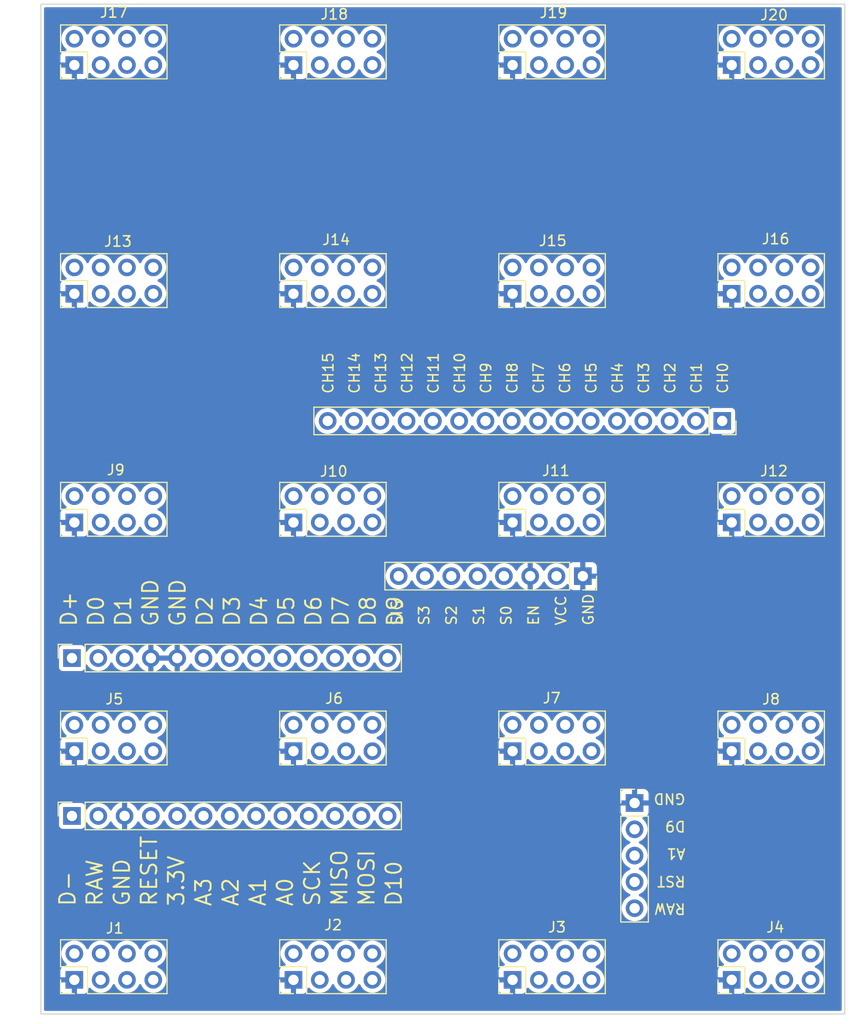
<source format=kicad_pcb>
(kicad_pcb (version 20221018) (generator pcbnew)
  (layers (0 "F.Cu" signal) (31 "B.Cu" power) (34 "B.Paste" user) (35 "F.Paste" user) (36 "B.SilkS" user "B.Silkscreen") (37 "F.SilkS" user "F.Silkscreen") (38 "B.Mask" user) (39 "F.Mask" user) (44 "Edge.Cuts" user))
  (net 0 "")
  (net 1 "GND")
  (net 2 "+3.3V")
  (net 3 "Net-(J1-Pin_4)")
  (net 4 "Net-(J1-Pin_6)")
  (net 5 "Net-(J1-Pin_7)")
  (net 6 "Net-(J1-Pin_8)")
  (net 7 "Net-(J10-Pin_4)")
  (net 8 "Net-(J11-Pin_4)")
  (net 9 "Net-(J12-Pin_4)")
  (net 10 "Net-(J25-Pin_1)")
  (net 11 "Net-(J22-Pin_3)")
  (net 12 "Net-(J25-Pin_2)")
  (net 13 "Net-(J25-Pin_3)")
  (net 14 "Net-(J25-Pin_4)")
  (net 15 "Net-(J25-Pin_5)")
  (net 16 "Net-(J10-Pin_6)")
  (net 17 "Net-(J10-Pin_3)")
  (net 18 "Net-(J11-Pin_3)")
  (net 19 "Net-(J12-Pin_3)")
  (net 20 "Net-(J13-Pin_3)")
  (net 21 "Net-(J13-Pin_6)")
  (net 22 "Net-(J14-Pin_3)")
  (net 23 "Net-(J15-Pin_3)")
  (net 24 "Net-(J16-Pin_3)")
  (net 25 "Net-(J17-Pin_3)")
  (net 27 "Net-(J17-Pin_6)")
  (net 28 "Net-(J18-Pin_3)")
  (net 29 "Net-(J19-Pin_3)")
  (net 30 "Net-(J20-Pin_3)")
  (net 31 "Net-(J21-Pin_2)")
  (net 32 "Net-(J21-Pin_3)")
  (net 33 "Net-(J21-Pin_4)")
  (net 36 "Net-(J23-Pin_9)")
  (net 37 "Net-(J23-Pin_10)")
  (net 38 "Net-(J23-Pin_11)")
  (net 39 "Net-(J23-Pin_12)")
  (net 40 "Net-(J23-Pin_13)")
  (net 64 "Net-(J21-Pin_5)")
  (footprint "Connector_PinHeader_2.54mm:PinHeader_2x04_P2.54mm_Vertical" (layer "F.Cu") (at 2.9 71.92 90)
    (fp_text reference "J5" (at 5.02 3.86 180) (layer "F.SilkS"))
    (fp_text value "Conn_02x04_Odd_Even" hide)
    (pad "1" thru_hole rect (at 0 0 90) (size 1.7 1.7) (drill 1) (layers "*.Cu" "*.Mask") (net 1 "GND"))
    (pad "2" thru_hole oval (at 2.54 0 90) (size 1.7 1.7) (drill 1) (layers "*.Cu" "*.Mask") (net 2 "+3.3V"))
    (pad "3" thru_hole oval (at 0 2.54 90) (size 1.7 1.7) (drill 1) (layers "*.Cu" "*.Mask") (net 10 "Net-(J25-Pin_1)"))
    (pad "4" thru_hole oval (at 2.54 2.54 90) (size 1.7 1.7) (drill 1) (layers "*.Cu" "*.Mask") (net 3 "Net-(J1-Pin_4)"))
    (pad "5" thru_hole oval (at 0 5.08 90) (size 1.7 1.7) (drill 1) (layers "*.Cu" "*.Mask"))
    (pad "6" thru_hole oval (at 2.54 5.08 90) (size 1.7 1.7) (drill 1) (layers "*.Cu" "*.Mask") (net 11 "Net-(J22-Pin_3)"))
    (pad "7" thru_hole oval (at 0 7.62 90) (size 1.7 1.7) (drill 1) (layers "*.Cu" "*.Mask") (net 5 "Net-(J1-Pin_7)"))
    (pad "8" thru_hole oval (at 2.54 7.62 90) (size 1.7 1.7) (drill 1) (layers "*.Cu" "*.Mask") (net 6 "Net-(J1-Pin_8)"))
  )
  (footprint "Connector_PinHeader_2.54mm:PinHeader_2x04_P2.54mm_Vertical" (layer "F.Cu") (at 66.38 94 90)
    (fp_text reference "J4" (at 5.07 4.2 180) (layer "F.SilkS"))
    (fp_text value "Conn_02x04_Odd_Even" hide)
    (pad "1" thru_hole rect (at 0 0 90) (size 1.7 1.7) (drill 1) (layers "*.Cu" "*.Mask") (net 1 "GND"))
    (pad "2" thru_hole oval (at 2.54 0 90) (size 1.7 1.7) (drill 1) (layers "*.Cu" "*.Mask") (net 2 "+3.3V"))
    (pad "3" thru_hole oval (at 0 2.54 90) (size 1.7 1.7) (drill 1) (layers "*.Cu" "*.Mask"))
    (pad "4" thru_hole oval (at 2.54 2.54 90) (size 1.7 1.7) (drill 1) (layers "*.Cu" "*.Mask") (net 9 "Net-(J12-Pin_4)"))
    (pad "5" thru_hole oval (at 0 5.08 90) (size 1.7 1.7) (drill 1) (layers "*.Cu" "*.Mask"))
    (pad "6" thru_hole oval (at 2.54 5.08 90) (size 1.7 1.7) (drill 1) (layers "*.Cu" "*.Mask") (net 4 "Net-(J1-Pin_6)"))
    (pad "7" thru_hole oval (at 0 7.62 90) (size 1.7 1.7) (drill 1) (layers "*.Cu" "*.Mask") (net 5 "Net-(J1-Pin_7)"))
    (pad "8" thru_hole oval (at 2.54 7.62 90) (size 1.7 1.7) (drill 1) (layers "*.Cu" "*.Mask") (net 6 "Net-(J1-Pin_8)"))
  )
  (footprint "Connector_PinHeader_2.54mm:PinHeader_2x04_P2.54mm_Vertical" (layer "F.Cu") (at 45.22 27.76 90)
    (fp_text reference "J15" (at 5.11 3.88 180) (layer "F.SilkS"))
    (fp_text value "Conn_02x04_Odd_Even" hide)
    (pad "1" thru_hole rect (at 0 0 90) (size 1.7 1.7) (drill 1) (layers "*.Cu" "*.Mask") (net 1 "GND"))
    (pad "2" thru_hole oval (at 2.54 0 90) (size 1.7 1.7) (drill 1) (layers "*.Cu" "*.Mask") (net 2 "+3.3V"))
    (pad "3" thru_hole oval (at 0 2.54 90) (size 1.7 1.7) (drill 1) (layers "*.Cu" "*.Mask") (net 23 "Net-(J15-Pin_3)"))
    (pad "4" thru_hole oval (at 2.54 2.54 90) (size 1.7 1.7) (drill 1) (layers "*.Cu" "*.Mask") (net 8 "Net-(J11-Pin_4)"))
    (pad "5" thru_hole oval (at 0 5.08 90) (size 1.7 1.7) (drill 1) (layers "*.Cu" "*.Mask"))
    (pad "6" thru_hole oval (at 2.54 5.08 90) (size 1.7 1.7) (drill 1) (layers "*.Cu" "*.Mask") (net 21 "Net-(J13-Pin_6)"))
    (pad "7" thru_hole oval (at 0 7.62 90) (size 1.7 1.7) (drill 1) (layers "*.Cu" "*.Mask") (net 5 "Net-(J1-Pin_7)"))
    (pad "8" thru_hole oval (at 2.54 7.62 90) (size 1.7 1.7) (drill 1) (layers "*.Cu" "*.Mask") (net 6 "Net-(J1-Pin_8)"))
  )
  (footprint "Connector_PinHeader_2.54mm:PinHeader_2x04_P2.54mm_Vertical" (layer "F.Cu") (at 45.22 5.68 90)
    (fp_text reference "J19" (at 5.05 3.95 180) (layer "F.SilkS"))
    (fp_text value "Conn_02x04_Odd_Even" hide)
    (pad "1" thru_hole rect (at 0 0 90) (size 1.7 1.7) (drill 1) (layers "*.Cu" "*.Mask") (net 1 "GND"))
    (pad "2" thru_hole oval (at 2.54 0 90) (size 1.7 1.7) (drill 1) (layers "*.Cu" "*.Mask") (net 2 "+3.3V"))
    (pad "3" thru_hole oval (at 0 2.54 90) (size 1.7 1.7) (drill 1) (layers "*.Cu" "*.Mask") (net 29 "Net-(J19-Pin_3)"))
    (pad "4" thru_hole oval (at 2.54 2.54 90) (size 1.7 1.7) (drill 1) (layers "*.Cu" "*.Mask") (net 8 "Net-(J11-Pin_4)"))
    (pad "5" thru_hole oval (at 0 5.08 90) (size 1.7 1.7) (drill 1) (layers "*.Cu" "*.Mask"))
    (pad "6" thru_hole oval (at 2.54 5.08 90) (size 1.7 1.7) (drill 1) (layers "*.Cu" "*.Mask") (net 27 "Net-(J17-Pin_6)"))
    (pad "7" thru_hole oval (at 0 7.62 90) (size 1.7 1.7) (drill 1) (layers "*.Cu" "*.Mask") (net 5 "Net-(J1-Pin_7)"))
    (pad "8" thru_hole oval (at 2.54 7.62 90) (size 1.7 1.7) (drill 1) (layers "*.Cu" "*.Mask") (net 6 "Net-(J1-Pin_8)"))
  )
  (footprint "Connector_PinHeader_2.54mm:PinHeader_2x04_P2.54mm_Vertical" (layer "F.Cu") (at 66.38 71.92 90)
    (fp_text reference "J8" (at 5.01 3.8 180) (layer "F.SilkS"))
    (fp_text value "Conn_02x04_Odd_Even" hide)
    (pad "1" thru_hole rect (at 0 0 90) (size 1.7 1.7) (drill 1) (layers "*.Cu" "*.Mask") (net 1 "GND"))
    (pad "2" thru_hole oval (at 2.54 0 90) (size 1.7 1.7) (drill 1) (layers "*.Cu" "*.Mask") (net 2 "+3.3V"))
    (pad "3" thru_hole oval (at 0 2.54 90) (size 1.7 1.7) (drill 1) (layers "*.Cu" "*.Mask") (net 14 "Net-(J25-Pin_4)"))
    (pad "4" thru_hole oval (at 2.54 2.54 90) (size 1.7 1.7) (drill 1) (layers "*.Cu" "*.Mask") (net 9 "Net-(J12-Pin_4)"))
    (pad "5" thru_hole oval (at 0 5.08 90) (size 1.7 1.7) (drill 1) (layers "*.Cu" "*.Mask"))
    (pad "6" thru_hole oval (at 2.54 5.08 90) (size 1.7 1.7) (drill 1) (layers "*.Cu" "*.Mask") (net 11 "Net-(J22-Pin_3)"))
    (pad "7" thru_hole oval (at 0 7.62 90) (size 1.7 1.7) (drill 1) (layers "*.Cu" "*.Mask") (net 5 "Net-(J1-Pin_7)"))
    (pad "8" thru_hole oval (at 2.54 7.62 90) (size 1.7 1.7) (drill 1) (layers "*.Cu" "*.Mask") (net 6 "Net-(J1-Pin_8)"))
  )
  (footprint "Connector_PinHeader_2.54mm:PinHeader_2x04_P2.54mm_Vertical" (layer "F.Cu") (at 66.38 27.76 90)
    (fp_text reference "J16" (at 5.28 4.24 180) (layer "F.SilkS"))
    (fp_text value "Conn_02x04_Odd_Even" hide)
    (pad "1" thru_hole rect (at 0 0 90) (size 1.7 1.7) (drill 1) (layers "*.Cu" "*.Mask") (net 1 "GND"))
    (pad "2" thru_hole oval (at 2.54 0 90) (size 1.7 1.7) (drill 1) (layers "*.Cu" "*.Mask") (net 2 "+3.3V"))
    (pad "3" thru_hole oval (at 0 2.54 90) (size 1.7 1.7) (drill 1) (layers "*.Cu" "*.Mask") (net 24 "Net-(J16-Pin_3)"))
    (pad "4" thru_hole oval (at 2.54 2.54 90) (size 1.7 1.7) (drill 1) (layers "*.Cu" "*.Mask") (net 9 "Net-(J12-Pin_4)"))
    (pad "5" thru_hole oval (at 0 5.08 90) (size 1.7 1.7) (drill 1) (layers "*.Cu" "*.Mask"))
    (pad "6" thru_hole oval (at 2.54 5.08 90) (size 1.7 1.7) (drill 1) (layers "*.Cu" "*.Mask") (net 21 "Net-(J13-Pin_6)"))
    (pad "7" thru_hole oval (at 0 7.62 90) (size 1.7 1.7) (drill 1) (layers "*.Cu" "*.Mask") (net 5 "Net-(J1-Pin_7)"))
    (pad "8" thru_hole oval (at 2.54 7.62 90) (size 1.7 1.7) (drill 1) (layers "*.Cu" "*.Mask") (net 6 "Net-(J1-Pin_8)"))
  )
  (footprint "Connector_PinHeader_2.54mm:PinHeader_2x04_P2.54mm_Vertical" (layer "F.Cu") (at 24.06 49.84 90)
    (fp_text reference "J10" (at 4.93 3.89 180) (layer "F.SilkS"))
    (fp_text value "Conn_02x04_Odd_Even" hide)
    (pad "1" thru_hole rect (at 0 0 90) (size 1.7 1.7) (drill 1) (layers "*.Cu" "*.Mask") (net 1 "GND"))
    (pad "2" thru_hole oval (at 2.54 0 90) (size 1.7 1.7) (drill 1) (layers "*.Cu" "*.Mask") (net 2 "+3.3V"))
    (pad "3" thru_hole oval (at 0 2.54 90) (size 1.7 1.7) (drill 1) (layers "*.Cu" "*.Mask") (net 17 "Net-(J10-Pin_3)"))
    (pad "4" thru_hole oval (at 2.54 2.54 90) (size 1.7 1.7) (drill 1) (layers "*.Cu" "*.Mask") (net 7 "Net-(J10-Pin_4)"))
    (pad "5" thru_hole oval (at 0 5.08 90) (size 1.7 1.7) (drill 1) (layers "*.Cu" "*.Mask"))
    (pad "6" thru_hole oval (at 2.54 5.08 90) (size 1.7 1.7) (drill 1) (layers "*.Cu" "*.Mask") (net 16 "Net-(J10-Pin_6)"))
    (pad "7" thru_hole oval (at 0 7.62 90) (size 1.7 1.7) (drill 1) (layers "*.Cu" "*.Mask") (net 5 "Net-(J1-Pin_7)"))
    (pad "8" thru_hole oval (at 2.54 7.62 90) (size 1.7 1.7) (drill 1) (layers "*.Cu" "*.Mask") (net 6 "Net-(J1-Pin_8)"))
  )
  (footprint "Connector_PinHeader_2.54mm:PinHeader_2x04_P2.54mm_Vertical" (layer "F.Cu") (at 2.9 94 90)
    (fp_text reference "J1" (at 4.98 3.9 180) (layer "F.SilkS"))
    (fp_text value "Conn_02x04_Odd_Even" hide)
    (pad "1" thru_hole rect (at 0 0 90) (size 1.7 1.7) (drill 1) (layers "*.Cu" "*.Mask") (net 1 "GND"))
    (pad "2" thru_hole oval (at 2.54 0 90) (size 1.7 1.7) (drill 1) (layers "*.Cu" "*.Mask") (net 2 "+3.3V"))
    (pad "3" thru_hole oval (at 0 2.54 90) (size 1.7 1.7) (drill 1) (layers "*.Cu" "*.Mask"))
    (pad "4" thru_hole oval (at 2.54 2.54 90) (size 1.7 1.7) (drill 1) (layers "*.Cu" "*.Mask") (net 3 "Net-(J1-Pin_4)"))
    (pad "5" thru_hole oval (at 0 5.08 90) (size 1.7 1.7) (drill 1) (layers "*.Cu" "*.Mask"))
    (pad "6" thru_hole oval (at 2.54 5.08 90) (size 1.7 1.7) (drill 1) (layers "*.Cu" "*.Mask") (net 4 "Net-(J1-Pin_6)"))
    (pad "7" thru_hole oval (at 0 7.62 90) (size 1.7 1.7) (drill 1) (layers "*.Cu" "*.Mask") (net 5 "Net-(J1-Pin_7)"))
    (pad "8" thru_hole oval (at 2.54 7.62 90) (size 1.7 1.7) (drill 1) (layers "*.Cu" "*.Mask") (net 6 "Net-(J1-Pin_8)"))
  )
  (footprint "Connector_PinSocket_2.54mm:PinSocket_1x13_P2.54mm_Vertical" (layer "F.Cu") (at 2.67 62.935 90)
    (fp_text reference "J22" hide)
    (fp_text value "Conn_01x13_Pin" hide)
    (pad "1" thru_hole rect (at 0 0 90) (size 1.7 1.7) (drill 1) (layers "*.Cu" "*.Mask"))
    (pad "2" thru_hole oval (at 0 2.54 90) (size 1.7 1.7) (drill 1) (layers "*.Cu" "*.Mask") (net 4 "Net-(J1-Pin_6)"))
    (pad "3" thru_hole oval (at 0 5.08 90) (size 1.7 1.7) (drill 1) (layers "*.Cu" "*.Mask") (net 11 "Net-(J22-Pin_3)"))
    (pad "4" thru_hole oval (at 0 7.62 90) (size 1.7 1.7) (drill 1) (layers "*.Cu" "*.Mask") (net 1 "GND"))
    (pad "5" thru_hole oval (at 0 10.16 90) (size 1.7 1.7) (drill 1) (layers "*.Cu" "*.Mask") (net 1 "GND"))
    (pad "6" thru_hole oval (at 0 12.7 90) (size 1.7 1.7) (drill 1) (layers "*.Cu" "*.Mask") (net 16 "Net-(J10-Pin_6)"))
    (pad "7" thru_hole oval (at 0 15.24 90) (size 1.7 1.7) (drill 1) (layers "*.Cu" "*.Mask") (net 21 "Net-(J13-Pin_6)"))
    (pad "8" thru_hole oval (at 0 17.78 90) (size 1.7 1.7) (drill 1) (layers "*.Cu" "*.Mask") (net 27 "Net-(J17-Pin_6)"))
    (pad "9" thru_hole oval (at 0 20.32 90) (size 1.7 1.7) (drill 1) (layers "*.Cu" "*.Mask") (net 3 "Net-(J1-Pin_4)"))
    (pad "10" thru_hole oval (at 0 22.86 90) (size 1.7 1.7) (drill 1) (layers "*.Cu" "*.Mask") (net 7 "Net-(J10-Pin_4)"))
    (pad "11" thru_hole oval (at 0 25.4 90) (size 1.7 1.7) (drill 1) (layers "*.Cu" "*.Mask") (net 8 "Net-(J11-Pin_4)"))
    (pad "12" thru_hole oval (at 0 27.94 90) (size 1.7 1.7) (drill 1) (layers "*.Cu" "*.Mask") (net 9 "Net-(J12-Pin_4)"))
    (pad "13" thru_hole oval (at 0 30.48 90) (size 1.7 1.7) (drill 1) (layers "*.Cu" "*.Mask") (net 31 "Net-(J21-Pin_2)"))
  )
  (footprint "Connector_PinHeader_2.54mm:PinHeader_1x05_P2.54mm_Vertical" (layer "F.Cu") (at 57 76.925)
    (fp_text reference "J21" hide)
    (fp_text value "Conn_01x05_Pin" hide)
    (pad "1" thru_hole rect (at 0 0) (size 1.7 1.7) (drill 1) (layers "*.Cu" "*.Mask") (net 1 "GND"))
    (pad "2" thru_hole oval (at 0 2.54) (size 1.7 1.7) (drill 1) (layers "*.Cu" "*.Mask") (net 31 "Net-(J21-Pin_2)"))
    (pad "3" thru_hole oval (at 0 5.08) (size 1.7 1.7) (drill 1) (layers "*.Cu" "*.Mask") (net 32 "Net-(J21-Pin_3)"))
    (pad "4" thru_hole oval (at 0 7.62) (size 1.7 1.7) (drill 1) (layers "*.Cu" "*.Mask") (net 33 "Net-(J21-Pin_4)"))
    (pad "5" thru_hole oval (at 0 10.16) (size 1.7 1.7) (drill 1) (layers "*.Cu" "*.Mask") (net 64 "Net-(J21-Pin_5)"))
  )
  (footprint "Connector_PinHeader_2.54mm:PinHeader_2x04_P2.54mm_Vertical" (layer "F.Cu") (at 24.06 27.76 90)
    (fp_text reference "J14" (at 5.21 4.12 180) (layer "F.SilkS"))
    (fp_text value "Conn_02x04_Odd_Even" hide)
    (pad "1" thru_hole rect (at 0 0 90) (size 1.7 1.7) (drill 1) (layers "*.Cu" "*.Mask") (net 1 "GND"))
    (pad "2" thru_hole oval (at 2.54 0 90) (size 1.7 1.7) (drill 1) (layers "*.Cu" "*.Mask") (net 2 "+3.3V"))
    (pad "3" thru_hole oval (at 0 2.54 90) (size 1.7 1.7) (drill 1) (layers "*.Cu" "*.Mask") (net 22 "Net-(J14-Pin_3)"))
    (pad "4" thru_hole oval (at 2.54 2.54 90) (size 1.7 1.7) (drill 1) (layers "*.Cu" "*.Mask") (net 7 "Net-(J10-Pin_4)"))
    (pad "5" thru_hole oval (at 0 5.08 90) (size 1.7 1.7) (drill 1) (layers "*.Cu" "*.Mask"))
    (pad "6" thru_hole oval (at 2.54 5.08 90) (size 1.7 1.7) (drill 1) (layers "*.Cu" "*.Mask") (net 21 "Net-(J13-Pin_6)"))
    (pad "7" thru_hole oval (at 0 7.62 90) (size 1.7 1.7) (drill 1) (layers "*.Cu" "*.Mask") (net 5 "Net-(J1-Pin_7)"))
    (pad "8" thru_hole oval (at 2.54 7.62 90) (size 1.7 1.7) (drill 1) (layers "*.Cu" "*.Mask") (net 6 "Net-(J1-Pin_8)"))
  )
  (footprint "Connector_PinHeader_2.54mm:PinHeader_2x04_P2.54mm_Vertical" (layer "F.Cu") (at 2.9 27.76 90)
    (fp_text reference "J13" (at 5.05 4.21 180) (layer "F.SilkS"))
    (fp_text value "Conn_02x04_Odd_Even" hide)
    (pad "1" thru_hole rect (at 0 0 90) (size 1.7 1.7) (drill 1) (layers "*.Cu" "*.Mask") (net 1 "GND"))
    (pad "2" thru_hole oval (at 2.54 0 90) (size 1.7 1.7) (drill 1) (layers "*.Cu" "*.Mask") (net 2 "+3.3V"))
    (pad "3" thru_hole oval (at 0 2.54 90) (size 1.7 1.7) (drill 1) (layers "*.Cu" "*.Mask") (net 20 "Net-(J13-Pin_3)"))
    (pad "4" thru_hole oval (at 2.54 2.54 90) (size 1.7 1.7) (drill 1) (layers "*.Cu" "*.Mask") (net 3 "Net-(J1-Pin_4)"))
    (pad "5" thru_hole oval (at 0 5.08 90) (size 1.7 1.7) (drill 1) (layers "*.Cu" "*.Mask"))
    (pad "6" thru_hole oval (at 2.54 5.08 90) (size 1.7 1.7) (drill 1) (layers "*.Cu" "*.Mask") (net 21 "Net-(J13-Pin_6)"))
    (pad "7" thru_hole oval (at 0 7.62 90) (size 1.7 1.7) (drill 1) (layers "*.Cu" "*.Mask") (net 5 "Net-(J1-Pin_7)"))
    (pad "8" thru_hole oval (at 2.54 7.62 90) (size 1.7 1.7) (drill 1) (layers "*.Cu" "*.Mask") (net 6 "Net-(J1-Pin_8)"))
  )
  (footprint "Connector_PinHeader_2.54mm:PinHeader_2x04_P2.54mm_Vertical" (layer "F.Cu") (at 24.06 5.68 90)
    (fp_text reference "J18" (at 4.9 3.94 180) (layer "F.SilkS"))
    (fp_text value "Conn_02x04_Odd_Even" hide)
    (pad "1" thru_hole rect (at 0 0 90) (size 1.7 1.7) (drill 1) (layers "*.Cu" "*.Mask") (net 1 "GND"))
    (pad "2" thru_hole oval (at 2.54 0 90) (size 1.7 1.7) (drill 1) (layers "*.Cu" "*.Mask") (net 2 "+3.3V"))
    (pad "3" thru_hole oval (at 0 2.54 90) (size 1.7 1.7) (drill 1) (layers "*.Cu" "*.Mask") (net 28 "Net-(J18-Pin_3)"))
    (pad "4" thru_hole oval (at 2.54 2.54 90) (size 1.7 1.7) (drill 1) (layers "*.Cu" "*.Mask") (net 7 "Net-(J10-Pin_4)"))
    (pad "5" thru_hole oval (at 0 5.08 90) (size 1.7 1.7) (drill 1) (layers "*.Cu" "*.Mask"))
    (pad "6" thru_hole oval (at 2.54 5.08 90) (size 1.7 1.7) (drill 1) (layers "*.Cu" "*.Mask") (net 27 "Net-(J17-Pin_6)"))
    (pad "7" thru_hole oval (at 0 7.62 90) (size 1.7 1.7) (drill 1) (layers "*.Cu" "*.Mask") (net 5 "Net-(J1-Pin_7)"))
    (pad "8" thru_hole oval (at 2.54 7.62 90) (size 1.7 1.7) (drill 1) (layers "*.Cu" "*.Mask") (net 6 "Net-(J1-Pin_8)"))
  )
  (footprint "Connector_PinHeader_2.54mm:PinHeader_2x04_P2.54mm_Vertical" (layer "F.Cu") (at 66.38 49.84 90)
    (fp_text reference "J12" (at 4.96 4.08 180) (layer "F.SilkS"))
    (fp_text value "Conn_02x04_Odd_Even" hide)
    (pad "1" thru_hole rect (at 0 0 90) (size 1.7 1.7) (drill 1) (layers "*.Cu" "*.Mask") (net 1 "GND"))
    (pad "2" thru_hole oval (at 2.54 0 90) (size 1.7 1.7) (drill 1) (layers "*.Cu" "*.Mask") (net 2 "+3.3V"))
    (pad "3" thru_hole oval (at 0 2.54 90) (size 1.7 1.7) (drill 1) (layers "*.Cu" "*.Mask") (net 19 "Net-(J12-Pin_3)"))
    (pad "4" thru_hole oval (at 2.54 2.54 90) (size 1.7 1.7) (drill 1) (layers "*.Cu" "*.Mask") (net 9 "Net-(J12-Pin_4)"))
    (pad "5" thru_hole oval (at 0 5.08 90) (size 1.7 1.7) (drill 1) (layers "*.Cu" "*.Mask"))
    (pad "6" thru_hole oval (at 2.54 5.08 90) (size 1.7 1.7) (drill 1) (layers "*.Cu" "*.Mask") (net 16 "Net-(J10-Pin_6)"))
    (pad "7" thru_hole oval (at 0 7.62 90) (size 1.7 1.7) (drill 1) (layers "*.Cu" "*.Mask") (net 5 "Net-(J1-Pin_7)"))
    (pad "8" thru_hole oval (at 2.54 7.62 90) (size 1.7 1.7) (drill 1) (layers "*.Cu" "*.Mask") (net 6 "Net-(J1-Pin_8)"))
  )
  (footprint "Connector_PinHeader_2.54mm:PinHeader_2x04_P2.54mm_Vertical" (layer "F.Cu") (at 45.22 49.84 90)
    (fp_text reference "J11" (at 4.99 4.18 180) (layer "F.SilkS"))
    (fp_text value "Conn_02x04_Odd_Even" hide)
    (pad "1" thru_hole rect (at 0 0 90) (size 1.7 1.7) (drill 1) (layers "*.Cu" "*.Mask") (net 1 "GND"))
    (pad "2" thru_hole oval (at 2.54 0 90) (size 1.7 1.7) (drill 1) (layers "*.Cu" "*.Mask") (net 2 "+3.3V"))
    (pad "3" thru_hole oval (at 0 2.54 90) (size 1.7 1.7) (drill 1) (layers "*.Cu" "*.Mask") (net 18 "Net-(J11-Pin_3)"))
    (pad "4" thru_hole oval (at 2.54 2.54 90) (size 1.7 1.7) (drill 1) (layers "*.Cu" "*.Mask") (net 8 "Net-(J11-Pin_4)"))
    (pad "5" thru_hole oval (at 0 5.08 90) (size 1.7 1.7) (drill 1) (layers "*.Cu" "*.Mask"))
    (pad "6" thru_hole oval (at 2.54 5.08 90) (size 1.7 1.7) (drill 1) (layers "*.Cu" "*.Mask") (net 16 "Net-(J10-Pin_6)"))
    (pad "7" thru_hole oval (at 0 7.62 90) (size 1.7 1.7) (drill 1) (layers "*.Cu" "*.Mask") (net 5 "Net-(J1-Pin_7)"))
    (pad "8" thru_hole oval (at 2.54 7.62 90) (size 1.7 1.7) (drill 1) (layers "*.Cu" "*.Mask") (net 6 "Net-(J1-Pin_8)"))
  )
  (footprint "Connector_PinHeader_2.54mm:PinHeader_2x04_P2.54mm_Vertical" (layer "F.Cu") (at 45.22 71.92 90)
    (fp_text reference "J7" (at 5.12 3.78 180) (layer "F.SilkS"))
    (fp_text value "Conn_02x04_Odd_Even" hide)
    (pad "1" thru_hole rect (at 0 0 90) (size 1.7 1.7) (drill 1) (layers "*.Cu" "*.Mask") (net 1 "GND"))
    (pad "2" thru_hole oval (at 2.54 0 90) (size 1.7 1.7) (drill 1) (layers "*.Cu" "*.Mask") (net 2 "+3.3V"))
    (pad "3" thru_hole oval (at 0 2.54 90) (size 1.7 1.7) (drill 1) (layers "*.Cu" "*.Mask") (net 13 "Net-(J25-Pin_3)"))
    (pad "4" thru_hole oval (at 2.54 2.54 90) (size 1.7 1.7) (drill 1) (layers "*.Cu" "*.Mask") (net 8 "Net-(J11-Pin_4)"))
    (pad "5" thru_hole oval (at 0 5.08 90) (size 1.7 1.7) (drill 1) (layers "*.Cu" "*.Mask"))
    (pad "6" thru_hole oval (at 2.54 5.08 90) (size 1.7 1.7) (drill 1) (layers "*.Cu" "*.Mask") (net 11 "Net-(J22-Pin_3)"))
    (pad "7" thru_hole oval (at 0 7.62 90) (size 1.7 1.7) (drill 1) (layers "*.Cu" "*.Mask") (net 5 "Net-(J1-Pin_7)"))
    (pad "8" thru_hole oval (at 2.54 7.62 90) (size 1.7 1.7) (drill 1) (layers "*.Cu" "*.Mask") (net 6 "Net-(J1-Pin_8)"))
  )
  (footprint "Connector_PinSocket_2.54mm:PinSocket_1x16_P2.54mm_Vertical" (layer "F.Cu") (at 65.462 40.039 -90)
    (fp_text reference "J25" hide)
    (fp_text value "Conn_01x16_Pin" hide)
    (pad "1" thru_hole rect (at 0 0 270) (size 1.7 1.7) (drill 1) (layers "*.Cu" "*.Mask") (net 10 "Net-(J25-Pin_1)"))
    (pad "2" thru_hole oval (at 0 2.54 270) (size 1.7 1.7) (drill 1) (layers "*.Cu" "*.Mask") (net 12 "Net-(J25-Pin_2)"))
    (pad "3" thru_hole oval (at 0 5.08 270) (size 1.7 1.7) (drill 1) (layers "*.Cu" "*.Mask") (net 13 "Net-(J25-Pin_3)"))
    (pad "4" thru_hole oval (at 0 7.62 270) (size 1.7 1.7) (drill 1) (layers "*.Cu" "*.Mask") (net 14 "Net-(J25-Pin_4)"))
    (pad "5" thru_hole oval (at 0 10.16 270) (size 1.7 1.7) (drill 1) (layers "*.Cu" "*.Mask") (net 15 "Net-(J25-Pin_5)"))
    (pad "6" thru_hole oval (at 0 12.7 270) (size 1.7 1.7) (drill 1) (layers "*.Cu" "*.Mask") (net 17 "Net-(J10-Pin_3)"))
    (pad "7" thru_hole oval (at 0 15.24 270) (size 1.7 1.7) (drill 1) (layers "*.Cu" "*.Mask") (net 18 "Net-(J11-Pin_3)"))
    (pad "8" thru_hole oval (at 0 17.78 270) (size 1.7 1.7) (drill 1) (layers "*.Cu" "*.Mask") (net 19 "Net-(J12-Pin_3)"))
    (pad "9" thru_hole oval (at 0 20.32 270) (size 1.7 1.7) (drill 1) (layers "*.Cu" "*.Mask") (net 20 "Net-(J13-Pin_3)"))
    (pad "10" thru_hole oval (at 0 22.86 270) (size 1.7 1.7) (drill 1) (layers "*.Cu" "*.Mask") (net 22 "Net-(J14-Pin_3)"))
    (pad "11" thru_hole oval (at 0 25.4 270) (size 1.7 1.7) (drill 1) (layers "*.Cu" "*.Mask") (net 23 "Net-(J15-Pin_3)"))
    (pad "12" thru_hole oval (at 0 27.94 270) (size 1.7 1.7) (drill 1) (layers "*.Cu" "*.Mask") (net 24 "Net-(J16-Pin_3)"))
    (pad "13" thru_hole oval (at 0 30.48 270) (size 1.7 1.7) (drill 1) (layers "*.Cu" "*.Mask") (net 25 "Net-(J17-Pin_3)"))
    (pad "14" thru_hole oval (at 0 33.02 270) (size 1.7 1.7) (drill 1) (layers "*.Cu" "*.Mask") (net 28 "Net-(J18-Pin_3)"))
    (pad "15" thru_hole oval (at 0 35.56 270) (size 1.7 1.7) (drill 1) (layers "*.Cu" "*.Mask") (net 29 "Net-(J19-Pin_3)"))
    (pad "16" thru_hole oval (at 0 38.1 270) (size 1.7 1.7) (drill 1) (layers "*.Cu" "*.Mask") (net 30 "Net-(J20-Pin_3)"))
  )
  (footprint "Connector_PinHeader_2.54mm:PinHeader_2x04_P2.54mm_Vertical" (layer "F.Cu") (at 24.06 71.92 90)
    (fp_text reference "J6" (at 5.08 3.92 180) (layer "F.SilkS"))
    (fp_text value "Conn_02x04_Odd_Even" hide)
    (pad "1" thru_hole rect (at 0 0 90) (size 1.7 1.7) (drill 1) (layers "*.Cu" "*.Mask") (net 1 "GND"))
    (pad "2" thru_hole oval (at 2.54 0 90) (size 1.7 1.7) (drill 1) (layers "*.Cu" "*.Mask") (net 2 "+3.3V"))
    (pad "3" thru_hole oval (at 0 2.54 90) (size 1.7 1.7) (drill 1) (layers "*.Cu" "*.Mask") (net 12 "Net-(J25-Pin_2)"))
    (pad "4" thru_hole oval (at 2.54 2.54 90) (size 1.7 1.7) (drill 1) (layers "*.Cu" "*.Mask") (net 7 "Net-(J10-Pin_4)"))
    (pad "5" thru_hole oval (at 0 5.08 90) (size 1.7 1.7) (drill 1) (layers "*.Cu" "*.Mask"))
    (pad "6" thru_hole oval (at 2.54 5.08 90) (size 1.7 1.7) (drill 1) (layers "*.Cu" "*.Mask") (net 11 "Net-(J22-Pin_3)"))
    (pad "7" thru_hole oval (at 0 7.62 90) (size 1.7 1.7) (drill 1) (layers "*.Cu" "*.Mask") (net 5 "Net-(J1-Pin_7)"))
    (pad "8" thru_hole oval (at 2.54 7.62 90) (size 1.7 1.7) (drill 1) (layers "*.Cu" "*.Mask") (net 6 "Net-(J1-Pin_8)"))
  )
  (footprint "Connector_PinSocket_2.54mm:PinSocket_1x13_P2.54mm_Vertical" (layer "F.Cu") (at 2.67 78.175 90)
    (fp_text reference "J23" hide)
    (fp_text value "Conn_01x13_Pin" hide)
    (pad "1" thru_hole rect (at 0 0 90) (size 1.7 1.7) (drill 1) (layers "*.Cu" "*.Mask"))
    (pad "2" thru_hole oval (at 0 2.54 90) (size 1.7 1.7) (drill 1) (layers "*.Cu" "*.Mask") (net 64 "Net-(J21-Pin_5)"))
    (pad "3" thru_hole oval (at 0 5.08 90) (size 1.7 1.7) (drill 1) (layers "*.Cu" "*.Mask") (net 1 "GND"))
    (pad "4" thru_hole oval (at 0 7.62 90) (size 1.7 1.7) (drill 1) (layers "*.Cu" "*.Mask") (net 33 "Net-(J21-Pin_4)"))
    (pad "5" thru_hole oval (at 0 10.16 90) (size 1.7 1.7) (drill 1) (layers "*.Cu" "*.Mask") (net 2 "+3.3V"))
    (pad "6" thru_hole oval (at 0 12.7 90) (size 1.7 1.7) (drill 1) (layers "*.Cu" "*.Mask") (net 5 "Net-(J1-Pin_7)"))
    (pad "7" thru_hole oval (at 0 15.24 90) (size 1.7 1.7) (drill 1) (layers "*.Cu" "*.Mask") (net 6 "Net-(J1-Pin_8)"))
    (pad "8" thru_hole oval (at 0 17.78 90) (size 1.7 1.7) (drill 1) (layers "*.Cu" "*.Mask") (net 32 "Net-(J21-Pin_3)"))
    (pad "9" thru_hole oval (at 0 20.32 90) (size 1.7 1.7) (drill 1) (layers "*.Cu" "*.Mask") (net 36 "Net-(J23-Pin_9)"))
    (pad "10" thru_hole oval (at 0 22.86 90) (size 1.7 1.7) (drill 1) (layers "*.Cu" "*.Mask") (net 37 "Net-(J23-Pin_10)"))
    (pad "11" thru_hole oval (at 0 25.4 90) (size 1.7 1.7) (drill 1) (layers "*.Cu" "*.Mask") (net 38 "Net-(J23-Pin_11)"))
    (pad "12" thru_hole oval (at 0 27.94 90) (size 1.7 1.7) (drill 1) (layers "*.Cu" "*.Mask") (net 39 "Net-(J23-Pin_12)"))
    (pad "13" thru_hole oval (at 0 30.48 90) (size 1.7 1.7) (drill 1) (layers "*.Cu" "*.Mask") (net 40 "Net-(J23-Pin_13)"))
  )
  (footprint "Connector_PinHeader_2.54mm:PinHeader_2x04_P2.54mm_Vertical" (layer "F.Cu") (at 24.06 94 90)
    (fp_text reference "J2" (at 5.29 3.83 180) (layer "F.SilkS"))
    (fp_text value "Conn_02x04_Odd_Even" hide)
    (pad "1" thru_hole rect (at 0 0 90) (size 1.7 1.7) (drill 1) (layers "*.Cu" "*.Mask") (net 1 "GND"))
    (pad "2" thru_hole oval (at 2.54 0 90) (size 1.7 1.7) (drill 1) (layers "*.Cu" "*.Mask") (net 2 "+3.3V"))
    (pad "3" thru_hole oval (at 0 2.54 90) (size 1.7 1.7) (drill 1) (layers "*.Cu" "*.Mask"))
    (pad "4" thru_hole oval (at 2.54 2.54 90) (size 1.7 1.7) (drill 1) (layers "*.Cu" "*.Mask") (net 7 "Net-(J10-Pin_4)"))
    (pad "5" thru_hole oval (at 0 5.08 90) (size 1.7 1.7) (drill 1) (layers "*.Cu" "*.Mask"))
    (pad "6" thru_hole oval (at 2.54 5.08 90) (size 1.7 1.7) (drill 1) (layers "*.Cu" "*.Mask") (net 4 "Net-(J1-Pin_6)"))
    (pad "7" thru_hole oval (at 0 7.62 90) (size 1.7 1.7) (drill 1) (layers "*.Cu" "*.Mask") (net 5 "Net-(J1-Pin_7)"))
    (pad "8" thru_hole oval (at 2.54 7.62 90) (size 1.7 1.7) (drill 1) (layers "*.Cu" "*.Mask") (net 6 "Net-(J1-Pin_8)"))
  )
  (footprint "Connector_PinHeader_2.54mm:PinHeader_2x04_P2.54mm_Vertical" (layer "F.Cu") (at 45.22 94 90)
    (fp_text reference "J3" (at 5.08 4.29 180) (layer "F.SilkS"))
    (fp_text value "Conn_02x04_Odd_Even" hide)
    (pad "1" thru_hole rect (at 0 0 90) (size 1.7 1.7) (drill 1) (layers "*.Cu" "*.Mask") (net 1 "GND"))
    (pad "2" thru_hole oval (at 2.54 0 90) (size 1.7 1.7) (drill 1) (layers "*.Cu" "*.Mask") (net 2 "+3.3V"))
    (pad "3" thru_hole oval (at 0 2.54 90) (size 1.7 1.7) (drill 1) (layers "*.Cu" "*.Mask"))
    (pad "4" thru_hole oval (at 2.54 2.54 90) (size 1.7 1.7) (drill 1) (layers "*.Cu" "*.Mask") (net 8 "Net-(J11-Pin_4)"))
    (pad "5" thru_hole oval (at 0 5.08 90) (size 1.7 1.7) (drill 1) (layers "*.Cu" "*.Mask"))
    (pad "6" thru_hole oval (at 2.54 5.08 90) (size 1.7 1.7) (drill 1) (layers "*.Cu" "*.Mask") (net 4 "Net-(J1-Pin_6)"))
    (pad "7" thru_hole oval (at 0 7.62 90) (size 1.7 1.7) (drill 1) (layers "*.Cu" "*.Mask") (net 5 "Net-(J1-Pin_7)"))
    (pad "8" thru_hole oval (at 2.54 7.62 90) (size 1.7 1.7) (drill 1) (layers "*.Cu" "*.Mask") (net 6 "Net-(J1-Pin_8)"))
  )
  (footprint "Connector_PinHeader_2.54mm:PinHeader_2x04_P2.54mm_Vertical" (layer "F.Cu") (at 66.38 5.68 90)
    (fp_text reference "J20" (at 4.83 4.09 180) (layer "F.SilkS"))
    (fp_text value "Conn_02x04_Odd_Even" hide)
    (pad "1" thru_hole rect (at 0 0 90) (size 1.7 1.7) (drill 1) (layers "*.Cu" "*.Mask") (net 1 "GND"))
    (pad "2" thru_hole oval (at 2.54 0 90) (size 1.7 1.7) (drill 1) (layers "*.Cu" "*.Mask") (net 2 "+3.3V"))
    (pad "3" thru_hole oval (at 0 2.54 90) (size 1.7 1.7) (drill 1) (layers "*.Cu" "*.Mask") (net 30 "Net-(J20-Pin_3)"))
    (pad "4" thru_hole oval (at 2.54 2.54 90) (size 1.7 1.7) (drill 1) (layers "*.Cu" "*.Mask") (net 9 "Net-(J12-Pin_4)"))
    (pad "5" thru_hole oval (at 0 5.08 90) (size 1.7 1.7) (drill 1) (layers "*.Cu" "*.Mask"))
    (pad "6" thru_hole oval (at 2.54 5.08 90) (size 1.7 1.7) (drill 1) (layers "*.Cu" "*.Mask") (net 27 "Net-(J17-Pin_6)"))
    (pad "7" thru_hole oval (at 0 7.62 90) (size 1.7 1.7) (drill 1) (layers "*.Cu" "*.Mask") (net 5 "Net-(J1-Pin_7)"))
    (pad "8" thru_hole oval (at 2.54 7.62 90) (size 1.7 1.7) (drill 1) (layers "*.Cu" "*.Mask") (net 6 "Net-(J1-Pin_8)"))
  )
  (footprint "Connector_PinSocket_2.54mm:PinSocket_1x08_P2.54mm_Vertical" (layer "F.Cu") (at 52 55.025 -90)
    (fp_text reference "J24" hide)
    (fp_text value "Conn_01x08_Pin" hide)
    (pad "1" thru_hole rect (at 0 0 270) (size 1.7 1.7) (drill 1) (layers "*.Cu" "*.Mask") (net 1 "GND"))
    (pad "2" thru_hole oval (at 0 2.54 270) (size 1.7 1.7) (drill 1) (layers "*.Cu" "*.Mask") (net 2 "+3.3V"))
    (pad "3" thru_hole oval (at 0 5.08 270) (size 1.7 1.7) (drill 1) (layers "*.Cu" "*.Mask") (net 1 "GND"))
    (pad "4" thru_hole oval (at 0 7.62 270) (size 1.7 1.7) (drill 1) (layers "*.Cu" "*.Mask") (net 40 "Net-(J23-Pin_13)"))
    (pad "5" thru_hole oval (at 0 10.16 270) (size 1.7 1.7) (drill 1) (layers "*.Cu" "*.Mask") (net 39 "Net-(J23-Pin_12)"))
    (pad "6" thru_hole oval (at 0 12.7 270) (size 1.7 1.7) (drill 1) (layers "*.Cu" "*.Mask") (net 38 "Net-(J23-Pin_11)"))
    (pad "7" thru_hole oval (at 0 15.24 270) (size 1.7 1.7) (drill 1) (layers "*.Cu" "*.Mask") (net 37 "Net-(J23-Pin_10)"))
    (pad "8" thru_hole oval (at 0 17.78 270) (size 1.7 1.7) (drill 1) (layers "*.Cu" "*.Mask") (net 36 "Net-(J23-Pin_9)"))
  )
  (footprint "Connector_PinHeader_2.54mm:PinHeader_2x04_P2.54mm_Vertical" (layer "F.Cu") (at 2.9 5.68 90)
    (fp_text reference "J17" (at 5.08 3.81) (layer "F.SilkS"))
    (fp_text value "Conn_02x04_Odd_Even" hide)
    (pad "1" thru_hole rect locked (at 0 0 90) (size 1.7 1.7) (drill 1) (layers "*.Cu" "*.Mask") (net 1 "GND"))
    (pad "2" thru_hole oval locked (at 2.54 0 90) (size 1.7 1.7) (drill 1) (layers "*.Cu" "*.Mask") (net 2 "+3.3V"))
    (pad "3" thru_hole oval locked (at 0 2.54 90) (size 1.7 1.7) (drill 1) (layers "*.Cu" "*.Mask") (net 25 "Net-(J17-Pin_3)"))
    (pad "4" thru_hole oval locked (at 2.54 2.54 90) (size 1.7 1.7) (drill 1) (layers "*.Cu" "*.Mask") (net 3 "Net-(J1-Pin_4)"))
    (pad "5" thru_hole oval locked (at 0 5.08 90) (size 1.7 1.7) (drill 1) (layers "*.Cu" "*.Mask"))
    (pad "6" thru_hole oval locked (at 2.54 5.08 90) (size 1.7 1.7) (drill 1) (layers "*.Cu" "*.Mask") (net 27 "Net-(J17-Pin_6)"))
    (pad "7" thru_hole oval locked (at 0 7.62 90) (size 1.7 1.7) (drill 1) (layers "*.Cu" "*.Mask") (net 5 "Net-(J1-Pin_7)"))
    (pad "8" thru_hole oval locked (at 2.54 7.62 90) (size 1.7 1.7) (drill 1) (layers "*.Cu" "*.Mask") (net 6 "Net-(J1-Pin_8)"))
  )
  (footprint "Connector_PinHeader_2.54mm:PinHeader_2x04_P2.54mm_Vertical" (layer "F.Cu") (at 2.9 49.84 90)
    (fp_text reference "J9" (at 5.07 4 180) (layer "F.SilkS"))
    (fp_text value "Conn_02x04_Odd_Even" hide)
    (pad "1" thru_hole rect (at 0 0 90) (size 1.7 1.7) (drill 1) (layers "*.Cu" "*.Mask") (net 1 "GND"))
    (pad "2" thru_hole oval (at 2.54 0 90) (size 1.7 1.7) (drill 1) (layers "*.Cu" "*.Mask") (net 2 "+3.3V"))
    (pad "3" thru_hole oval (at 0 2.54 90) (size 1.7 1.7) (drill 1) (layers "*.Cu" "*.Mask") (net 15 "Net-(J25-Pin_5)"))
    (pad "4" thru_hole oval (at 2.54 2.54 90) (size 1.7 1.7) (drill 1) (layers "*.Cu" "*.Mask") (net 3 "Net-(J1-Pin_4)"))
    (pad "5" thru_hole oval (at 0 5.08 90) (size 1.7 1.7) (drill 1) (layers "*.Cu" "*.Mask"))
    (pad "6" thru_hole oval (at 2.54 5.08 90) (size 1.7 1.7) (drill 1) (layers "*.Cu" "*.Mask") (net 16 "Net-(J10-Pin_6)"))
    (pad "7" thru_hole oval (at 0 7.62 90) (size 1.7 1.7) (drill 1) (layers "*.Cu" "*.Mask") (net 5 "Net-(J1-Pin_7)"))
    (pad "8" thru_hole oval (at 2.54 7.62 90) (size 1.7 1.7) (drill 1) (layers "*.Cu" "*.Mask") (net 6 "Net-(J1-Pin_8)"))
  )
  (gr_rect locked (start -0.33 -0.2) (end 77.3 97.3) (stroke (width 0.1)) (fill none) (layer "Edge.Cuts"))
  (gr_text "SIG" (at 34.62 59.865 90) (layer "F.SilkS") (effects (font (size 1 1)) (justify left bottom)))
  (gr_text "CH2" (at 61.017 37.499 90) (layer "F.SilkS") (effects (font (size 1 1)) (justify left bottom)))
  (gr_text "CH14" (at 30.537 37.499 90) (layer "F.SilkS") (effects (font (size 1 1)) (justify left bottom)))
  (gr_text "GND" (at 13.75 60 90) (layer "F.SilkS") (effects (font (size 1.5 1.5) (thickness 0.1875)) (justify left bottom)))
  (gr_text "EN" (at 47.834285 59.865 90) (layer "F.SilkS") (effects (font (size 1 1)) (justify left bottom)))
  (gr_text "GND" (at 53.12 59.865 90) (layer "F.SilkS") (effects (font (size 1 1)) (justify left bottom)))
  (gr_text "RST" (at 62 83.89 180) (layer "F.SilkS") (effects (font (size 1 1)) (justify left bottom)))
  (gr_text "RAW" (at 5.75 87 90) (layer "F.SilkS") (effects (font (size 1.5 1.5) (thickness 0.1875)) (justify left bottom)))
  (gr_text "MISO" (at 29.375 87 90) (layer "F.SilkS") (effects (font (size 1.5 1.5) (thickness 0.1875)) (justify left bottom)))
  (gr_text "D-" (at 3.125 87 90) (layer "F.SilkS") (effects (font (size 1.5 1.5) (thickness 0.1875)) (justify left bottom)))
  (gr_text "S0" (at 45.191428 59.865 90) (layer "F.SilkS") (effects (font (size 1 1)) (justify left bottom)))
  (gr_text "A0" (at 24.125 87 90) (layer "F.SilkS") (effects (font (size 1.5 1.5) (thickness 0.1875)) (justify left bottom)))
  (gr_text "D9" (at 62 78.58 180) (layer "F.SilkS") (effects (font (size 1 1)) (justify left bottom)))
  (gr_text "CH3" (at 58.477 37.499 90) (layer "F.SilkS") (effects (font (size 1 1)) (justify left bottom)))
  (gr_text "A2" (at 18.875 87 90) (layer "F.SilkS") (effects (font (size 1.5 1.5) (thickness 0.1875)) (justify left bottom)))
  (gr_text "D8" (at 32.125 60 90) (layer "F.SilkS") (effects (font (size 1.5 1.5) (thickness 0.1875)) (justify left bottom)))
  (gr_text "D0" (at 5.875 60 90) (layer "F.SilkS") (effects (font (size 1.5 1.5) (thickness 0.1875)) (justify left bottom)))
  (gr_text "D1" (at 8.5 60 90) (layer "F.SilkS") (effects (font (size 1.5 1.5) (thickness 0.1875)) (justify left bottom)))
  (gr_text "A1" (at 62 81.235 180) (layer "F.SilkS") (effects (font (size 1 1)) (justify left bottom)))
  (gr_text "CH6" (at 50.857 37.499 90) (layer "F.SilkS") (effects (font (size 1 1)) (justify left bottom)))
  (gr_text "CH5" (at 53.397 37.499 90) (layer "F.SilkS") (effects (font (size 1 1)) (justify left bottom)))
  (gr_text "VCC" (at 50.477142 59.865 90) (layer "F.SilkS") (effects (font (size 1 1)) (justify left bottom)))
  (gr_text "D10" (at 34.625 87 90) (layer "F.SilkS") (effects (font (size 1.5 1.5) (thickness 0.1875)) (justify left bottom)))
  (gr_text "GND" (at 8.375 87 90) (layer "F.SilkS") (effects (font (size 1.5 1.5) (thickness 0.1875)) (justify left bottom)))
  (gr_text "MOSI" (at 32 87 90) (layer "F.SilkS") (effects (font (size 1.5 1.5) (thickness 0.1875)) (justify left bottom)))
  (gr_text "3.3V" (at 13.625 87 90) (layer "F.SilkS") (effects (font (size 1.5 1.5) (thickness 0.1875)) (justify left bottom)))
  (gr_text "D2" (at 16.375 60 90) (layer "F.SilkS") (effects (font (size 1.5 1.5) (thickness 0.1875)) (justify left bottom)))
  (gr_text "CH0" (at 66.097 37.499 90) (layer "F.SilkS") (effects (font (size 1 1)) (justify left bottom)))
  (gr_text "D4" (at 21.625 60 90) (layer "F.SilkS") (effects (font (size 1.5 1.5) (thickness 0.1875)) (justify left bottom)))
  (gr_text "A1" (at 21.5 87 90) (layer "F.SilkS") (effects (font (size 1.5 1.5) (thickness 0.1875)) (justify left bottom)))
  (gr_text "CH1" (at 63.557 37.499 90) (layer "F.SilkS") (effects (font (size 1 1)) (justify left bottom)))
  (gr_text "CH15" (at 27.997 37.499 90) (layer "F.SilkS") (effects (font (size 1 1)) (justify left bottom)))
  (gr_text "S2" (at 39.905714 59.865 90) (layer "F.SilkS") (effects (font (size 1 1)) (justify left bottom)))
  (gr_text "S3" (at 37.262857 59.865 90) (layer "F.SilkS") (effects (font (size 1 1)) (justify left bottom)))
  (gr_text "CH10" (at 40.697 37.499 90) (layer "F.SilkS") (effects (font (size 1 1)) (justify left bottom)))
  (gr_text "CH13" (at 33.077 37.499 90) (layer "F.SilkS") (effects (font (size 1 1)) (justify left bottom)))
  (gr_text "S1" (at 42.548571 59.865 90) (layer "F.SilkS") (effects (font (size 1 1)) (justify left bottom)))
  (gr_text "CH11" (at 38.157 37.499 90) (layer "F.SilkS") (effects (font (size 1 1)) (justify left bottom)))
  (gr_text "GND" (at 62 75.925 180) (layer "F.SilkS") (effects (font (size 1 1)) (justify left bottom)))
  (gr_text "GND" (at 11.125 60 90) (layer "F.SilkS") (effects (font (size 1.5 1.5) (thickness 0.1875)) (justify left bottom)))
  (gr_text "D6" (at 26.875 60 90) (layer "F.SilkS") (effects (font (size 1.5 1.5) (thickness 0.1875)) (justify left bottom)))
  (gr_text "D5" (at 24.25 60 90) (layer "F.SilkS") (effects (font (size 1.5 1.5) (thickness 0.1875)) (justify left bottom)))
  (gr_text "RAW" (at 62 86.545 180) (layer "F.SilkS") (effects (font (size 1 1)) (justify left bottom)))
  (gr_text "CH4" (at 55.937 37.499 90) (layer "F.SilkS") (effects (font (size 1 1)) (justify left bottom)))
  (gr_text "D9" (at 34.75 60 90) (layer "F.SilkS") (effects (font (size 1.5 1.5) (thickness 0.1875)) (justify left bottom)))
  (gr_text "D3" (at 19 60 90) (layer "F.SilkS") (effects (font (size 1.5 1.5) (thickness 0.1875)) (justify left bottom)))
  (gr_text "D7" (at 29.5 60 90) (layer "F.SilkS") (effects (font (size 1.5 1.5) (thickness 0.1875)) (justify left bottom)))
  (gr_text "CH8" (at 45.777 37.499 90) (layer "F.SilkS") (effects (font (size 1 1)) (justify left bottom)))
  (gr_text "A3" (at 16.25 87 90) (layer "F.SilkS") (effects (font (size 1.5 1.5) (thickness 0.1875)) (justify left bottom)))
  (gr_text "RESET" (at 11 87 90) (layer "F.SilkS") (effects (font (size 1.5 1.5) (thickness 0.1875)) (justify left bottom)))
  (gr_text "CH9" (at 43.237 37.499 90) (layer "F.SilkS") (effects (font (size 1 1)) (justify left bottom)))
  (gr_text "CH7" (at 48.317 37.499 90) (layer "F.SilkS") (effects (font (size 1 1)) (justify left bottom)))
  (gr_text "D+" (at 3.25 60 90) (layer "F.SilkS") (effects (font (size 1.5 1.5) (thickness 0.1875)) (justify left bottom)))
  (gr_text "SCK" (at 26.75 87 90) (layer "F.SilkS") (effects (font (size 1.5 1.5) (thickness 0.1875)) (justify left bottom)))
  (gr_text "CH12" (at 35.617 37.499 90) (layer "F.SilkS") (effects (font (size 1 1)) (justify left bottom)))
  (zone (net 1) (net_name "GND") (layer "B.Cu") (connect_pads (clearance 0.4)) (min_thickness 0.25) (fill yes (thermal_gap 0.5) (thermal_bridge_width 0.5))
    (polygon (pts (xy -0.7 -0.6) (xy 78.1 -0.6) (xy 78.1 98.1) (xy 77.9 98.3) (xy -1.1 98.3) (xy -1.4 98) (xy -1.4 0.1)))
  )
)
</source>
